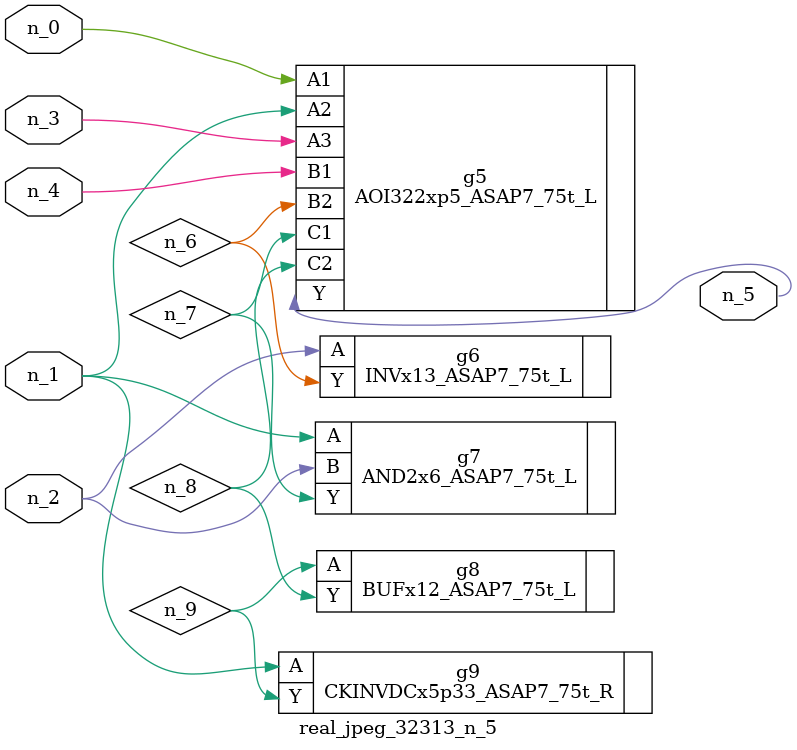
<source format=v>
module real_jpeg_32313_n_5 (n_4, n_0, n_1, n_2, n_3, n_5);

input n_4;
input n_0;
input n_1;
input n_2;
input n_3;

output n_5;

wire n_8;
wire n_6;
wire n_7;
wire n_9;

AOI322xp5_ASAP7_75t_L g5 ( 
.A1(n_0),
.A2(n_1),
.A3(n_3),
.B1(n_4),
.B2(n_6),
.C1(n_7),
.C2(n_8),
.Y(n_5)
);

AND2x6_ASAP7_75t_L g7 ( 
.A(n_1),
.B(n_2),
.Y(n_7)
);

CKINVDCx5p33_ASAP7_75t_R g9 ( 
.A(n_1),
.Y(n_9)
);

INVx13_ASAP7_75t_L g6 ( 
.A(n_2),
.Y(n_6)
);

BUFx12_ASAP7_75t_L g8 ( 
.A(n_9),
.Y(n_8)
);


endmodule
</source>
